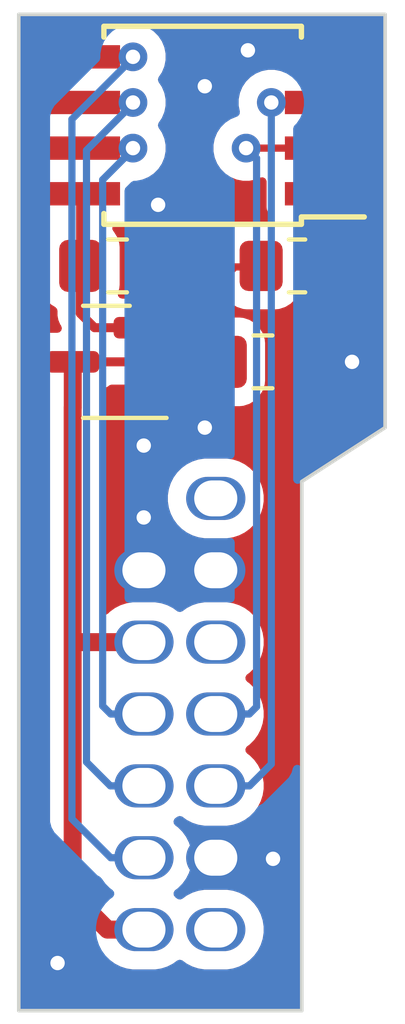
<source format=kicad_pcb>
(kicad_pcb (version 20241229) (generator "pcbnew") (generator_version "9.0")
  (layers (0 "F.Cu" signal) (2 "B.Cu" signal) (1 "F.Mask" user) (3 "B.Mask" user) (25 "Edge.Cuts" user))
  (net 0 "")
  (net 1 "/GND")
  (net 2 "/3V3")
  (net 3 "/5V")
  (net 4 "/SER_DATA")
  (net 5 "/TRAY_IN")
  (net 6 "/NC")
  (net 7 "/12V")
  (net 8 "/NEJECT")
  (net 9 "/CD_RDY")
  (net 10 "/TRAY_OUT")
  (net 11 "/RSET")
  (footprint "Capacitor_SMD:C_0805_2012Metric_Pad1.18x1.45mm_HandSolder" (layer "F.Cu") (at 139.87 65)
    (property "Reference" "C1" (hide yes))
    (property "Value" "1uf")
    (fp_line (start -0.261252 -0.735) (end 0.261252 -0.735) (stroke (width 0.12)) (layer "F.SilkS"))
    (fp_line (start -0.261252 0.735) (end 0.261252 0.735) (stroke (width 0.12)) (layer "F.SilkS"))
    (pad "1" smd roundrect (at -1.0375 0) (size 1.175 1.45) (layers "F.Cu" "F.Mask" "F.Paste") (roundrect_rratio 0.2127659574) (net 2 "/3V3"))
    (pad "2" smd roundrect (at 1.0375 0) (size 1.175 1.45) (layers "F.Cu" "F.Mask" "F.Paste") (roundrect_rratio 0.2127659574) (net 1 "/GND"))
  )
  (footprint "Resistor_SMD:R_0805_2012Metric_Pad1.20x1.40mm_HandSolder" (layer "F.Cu") (at 144.868913 65)
    (property "Reference" "R1" (hide yes))
    (property "Value" "10k")
    (fp_line (start -0.227064 -0.735) (end 0.227064 -0.735) (stroke (width 0.12)) (layer "F.SilkS"))
    (fp_line (start -0.227064 0.735) (end 0.227064 0.735) (stroke (width 0.12)) (layer "F.SilkS"))
    (pad "1" smd roundrect (at -1 0) (size 1.2 1.4) (layers "F.Cu" "F.Mask" "F.Paste") (roundrect_rratio 0.2083333333) (net 2 "/3V3"))
    (pad "2" smd roundrect (at 1 0) (size 1.2 1.4) (layers "F.Cu" "F.Mask" "F.Paste") (roundrect_rratio 0.2083333333) (net 11 "/RSET"))
  )
  (footprint "Package_TO_SOT_SMD:SOT-23" (layer "F.Cu") (at 139.56 67.67 180)
    (property "Reference" "U2" (hide yes))
    (property "Value" "AP2127N-3.3" (hide yes))
    (fp_line (start 0 1.56) (end 0.65 1.56) (stroke (width 0.12)) (layer "F.SilkS"))
    (fp_line (start 0 1.56) (end -0.65 1.56) (stroke (width 0.12)) (layer "F.SilkS"))
    (fp_line (start 0 -1.56) (end 0.65 -1.56) (stroke (width 0.12)) (layer "F.SilkS"))
    (fp_line (start 0 -1.56) (end -1.675 -1.56) (stroke (width 0.12)) (layer "F.SilkS"))
    (pad "1" smd roundrect (at -0.9375 -0.95 180) (size 1.475 0.6) (layers "F.Cu" "F.Mask" "F.Paste") (net 1 "/GND"))
    (pad "2" smd roundrect (at -0.9375 0.95 180) (size 1.475 0.6) (layers "F.Cu" "F.Mask" "F.Paste") (net 2 "/3V3"))
    (pad "3" smd roundrect (at 0.9375 0 180) (size 1.475 0.6) (layers "F.Cu" "F.Mask" "F.Paste") (net 3 "/5V"))
  )
  (footprint "Capacitor_SMD:C_0805_2012Metric_Pad1.18x1.45mm_HandSolder" (layer "F.Cu") (at 143.92 67.67)
    (property "Reference" "C2" (hide yes))
    (property "Value" "1uf" (hide yes))
    (fp_line (start -0.261252 -0.735) (end 0.261252 -0.735) (stroke (width 0.12)) (layer "F.SilkS"))
    (fp_line (start -0.261252 0.735) (end 0.261252 0.735) (stroke (width 0.12)) (layer "F.SilkS"))
    (pad "1" smd roundrect (at -1.0375 0) (size 1.175 1.45) (layers "F.Cu" "F.Mask" "F.Paste") (roundrect_rratio 0.2127659574) (net 3 "/5V"))
    (pad "2" smd roundrect (at 1.0375 0) (size 1.175 1.45) (layers "F.Cu" "F.Mask" "F.Paste") (roundrect_rratio 0.2127659574) (net 1 "/GND"))
  )
  (footprint "Package_SO:SOIC-8W_5.3x5.3mm_P1.27mm" (layer "F.Cu") (at 142.24 61.087 180)
    (property "Reference" "U1" (hide yes))
    (property "Value" "ATtiny13A-S")
    (fp_line (start 2.75 2.755) (end 2.75 2.455) (stroke (width 0.15)) (layer "F.SilkS"))
    (fp_line (start 2.75 -2.755) (end 2.75 -2.455) (stroke (width 0.15)) (layer "F.SilkS"))
    (fp_line (start -2.75 2.755) (end 2.75 2.755) (stroke (width 0.15)) (layer "F.SilkS"))
    (fp_line (start -2.75 2.755) (end -2.75 2.455) (stroke (width 0.15)) (layer "F.SilkS"))
    (fp_line (start -2.75 -2.55) (end -4.5 -2.55) (stroke (width 0.15)) (layer "F.SilkS"))
    (fp_line (start -2.75 -2.755) (end 2.75 -2.755) (stroke (width 0.15)) (layer "F.SilkS"))
    (fp_line (start -2.75 -2.755) (end -2.75 -2.55) (stroke (width 0.15)) (layer "F.SilkS"))
    (pad "1" smd rect (at -3.39 -1.905 180) (size 2.2 0.65) (layers "F.Cu" "F.Mask" "F.Paste") (net 11 "/RSET"))
    (pad "2" smd rect (at -3.39 -0.635 180) (size 2.2 0.65) (layers "F.Cu" "F.Mask" "F.Paste") (net 5 "/TRAY_IN"))
    (pad "3" smd rect (at -3.39 0.635 180) (size 2.2 0.65) (layers "F.Cu" "F.Mask" "F.Paste") (net 10 "/TRAY_OUT"))
    (pad "4" smd rect (at -3.39 1.905 180) (size 2.2 0.65) (layers "F.Cu" "F.Mask" "F.Paste") (net 1 "/GND"))
    (pad "5" smd rect (at 3.4 1.905 180) (size 2.2 0.65) (layers "F.Cu" "F.Mask" "F.Paste") (net 8 "/NEJECT"))
    (pad "6" smd rect (at 3.4 0.635 180) (size 2.2 0.65) (layers "F.Cu" "F.Mask" "F.Paste") (net 9 "/CD_RDY"))
    (pad "7" smd rect (at 3.4 -0.635 180) (size 2.2 0.65) (layers "F.Cu" "F.Mask" "F.Paste") (net 4 "/SER_DATA"))
    (pad "8" smd rect (at 3.4 -1.905 180) (size 2.2 0.65) (layers "F.Cu" "F.Mask" "F.Paste") (net 2 "/3V3"))
  )
  (footprint "Connector_Hirose:Hirose_DF11-14DP-2DSA_2x07_P2.00mm_Vertical" (layer "B.Cu") (at 142.605 83.47 90)
    (property "Reference" "J1" (hide yes))
    (property "Value" "to Xbox" (hide yes))
    (pad "1" thru_hole oval (at 0 0 90) (size 1.2 1.65) (drill oval 1 1.2) (layers "*.Cu" "*.Mask") (net 7 "/12V"))
    (pad "2" thru_hole oval (at 0 -2 90) (size 1.2 1.65) (drill oval 1 1.2) (layers "*.Cu" "*.Mask") (net 3 "/5V"))
    (pad "3" thru_hole oval (at 2 0 90) (size 1.2 1.65) (drill oval 1 1.2) (layers "*.Cu" "*.Mask") (net 1 "/GND"))
    (pad "4" thru_hole oval (at 2 -2 90) (size 1.2 1.65) (drill oval 1 1.2) (layers "*.Cu" "*.Mask") (net 8 "/NEJECT"))
    (pad "5" thru_hole oval (at 4 0 90) (size 1.2 1.65) (drill oval 1 1.2) (layers "*.Cu" "*.Mask") (net 10 "/TRAY_OUT"))
    (pad "6" thru_hole oval (at 4 -2 90) (size 1.2 1.65) (drill oval 1 1.2) (layers "*.Cu" "*.Mask") (net 9 "/CD_RDY"))
    (pad "7" thru_hole oval (at 6 0 90) (size 1.2 1.65) (drill oval 1 1.2) (layers "*.Cu" "*.Mask") (net 5 "/TRAY_IN"))
    (pad "8" thru_hole oval (at 6 -2 90) (size 1.2 1.65) (drill oval 1 1.2) (layers "*.Cu" "*.Mask") (net 4 "/SER_DATA"))
    (pad "9" thru_hole oval (at 8 0 90) (size 1.2 1.65) (drill oval 1 1.2) (layers "*.Cu" "*.Mask") (net 7 "/12V"))
    (pad "10" thru_hole oval (at 8 -2 90) (size 1.2 1.65) (drill oval 1 1.2) (layers "*.Cu" "*.Mask") (net 3 "/5V"))
    (pad "11" thru_hole oval (at 10 0 90) (size 1.2 1.65) (drill oval 1 1.2) (layers "*.Cu" "*.Mask") (net 1 "/GND"))
    (pad "12" thru_hole oval (at 10 -2 90) (size 1.2 1.65) (drill oval 1 1.2) (layers "*.Cu" "*.Mask") (net 1 "/GND"))
    (pad "13" thru_hole oval (at 12 0 90) (size 1.2 1.65) (drill oval 1 1.2) (layers "*.Cu" "*.Mask") (net 6 "/NC"))
  )
  (gr_line (start 145 71) (end 147.32 69.5) (stroke (width 0.1)) (layer "Edge.Cuts"))
  (gr_line (start 145 85.725) (end 145 71) (stroke (width 0.1)) (layer "Edge.Cuts"))
  (gr_line (start 145 85.725) (end 137.12 85.725) (stroke (width 0.1)) (layer "Edge.Cuts"))
  (gr_line (start 147.32 58) (end 147.32 69.5) (stroke (width 0.1)) (layer "Edge.Cuts"))
  (gr_line (start 147.32 58) (end 137.12 58) (stroke (width 0.1)) (layer "Edge.Cuts"))
  (gr_line (start 137.12 58) (end 137.12 85.725) (stroke (width 0.1)) (layer "Edge.Cuts"))
  (via (at 144.2 81.5) (size 0.8) (drill 0.4) (layers "F.Cu" "B.Cu") (net 1))
  (via (at 140.6 72) (size 0.8) (drill 0.4) (layers "F.Cu" "B.Cu") (net 1))
  (via (at 141 63.3) (size 0.8) (drill 0.4) (layers "F.Cu" "B.Cu") (net 1))
  (via (at 140.6 70) (size 0.8) (drill 0.4) (layers "F.Cu" "B.Cu") (net 1))
  (via (at 142.3 60) (size 0.8) (drill 0.4) (layers "F.Cu" "B.Cu") (net 1))
  (via (at 143.5 59) (size 0.8) (drill 0.4) (layers "F.Cu" "B.Cu") (net 1))
  (via (at 142.3 69.5) (size 0.8) (drill 0.4) (layers "F.Cu" "B.Cu") (net 1))
  (via (at 138.2 84.4) (size 0.8) (drill 0.4) (layers "F.Cu" "B.Cu") (net 1))
  (via (at 146.4 67.67) (size 0.8) (drill 0.4) (layers "F.Cu" "B.Cu") (net 1))
  (segment (start 139.23 66.72) (end 140.4975 66.72) (width 0.25) (layer "F.Cu") (net 2))
  (segment (start 138.8325 65) (end 138.8325 66.3225) (width 0.25) (layer "F.Cu") (net 2))
  (segment (start 143.868913 65.028433) (end 143.141567 65.028433) (width 0.2) (layer "F.Cu") (net 2))
  (segment (start 138.8325 66.3225) (end 139.23 66.72) (width 0.25) (layer "F.Cu") (net 2))
  (segment (start 143.141567 65.028433) (end 141.42 66.75) (width 0.2) (layer "F.Cu") (net 2))
  (segment (start 138.84 64.9925) (end 138.8325 65) (width 0.25) (layer "F.Cu") (net 2))
  (segment (start 138.84 62.992) (end 138.84 64.9925) (width 0.25) (layer "F.Cu") (net 2))
  (segment (start 141.42 66.75) (end 141.0375 66.75) (width 0.2) (layer "F.Cu") (net 2))
  (segment (start 141.0375 66.75) (end 140.06 66.75) (width 0.25) (layer "F.Cu") (net 2))
  (segment (start 138.62 75.54) (end 138.69 75.47) (width 0.5) (layer "F.Cu") (net 3))
  (segment (start 138.62 68.95) (end 138.6225 68.9475) (width 0.5) (layer "F.Cu") (net 3))
  (segment (start 138.6225 68.9475) (end 138.6225 67.67) (width 0.5) (layer "F.Cu") (net 3))
  (segment (start 138.69 75.47) (end 140.605 75.47) (width 0.5) (layer "F.Cu") (net 3))
  (segment (start 138.62 82.5) (end 138.62 75.54) (width 0.5) (layer "F.Cu") (net 3))
  (segment (start 139.59 83.47) (end 138.62 82.5) (width 0.5) (layer "F.Cu") (net 3))
  (segment (start 140.605 83.47) (end 139.59 83.47) (width 0.5) (layer "F.Cu") (net 3))
  (segment (start 138.62 75.54) (end 138.62 68.95) (width 0.5) (layer "F.Cu") (net 3))
  (segment (start 142.7425 67.67) (end 138.6225 67.67) (width 0.25) (layer "F.Cu") (net 3))
  (segment (start 138.59 61.722) (end 140.3 61.722) (width 0.2) (layer "F.Cu") (net 4))
  (via (at 140.3 61.722) (size 0.8) (drill 0.4) (layers "F.Cu" "B.Cu") (net 4))
  (segment (start 139.45548 77.24548) (end 139.68 77.47) (width 0.2) (layer "B.Cu") (net 4))
  (segment (start 139.68 77.47) (end 140.605 77.47) (width 0.2) (layer "B.Cu") (net 4))
  (segment (start 140.241129 61.815871) (end 139.45548 62.60152) (width 0.2) (layer "B.Cu") (net 4))
  (segment (start 140.241129 61.780871) (end 140.241129 61.815871) (width 0.2) (layer "B.Cu") (net 4))
  (segment (start 139.45548 62.60152) (end 139.45548 77.24548) (width 0.2) (layer "B.Cu") (net 4))
  (segment (start 140.3 61.722) (end 140.241129 61.780871) (width 0.2) (layer "B.Cu") (net 4))
  (segment (start 145.89 61.722) (end 143.522 61.722) (width 0.2) (layer "F.Cu") (net 5))
  (segment (start 143.45 61.71) (end 143.46 61.7) (width 0.25) (layer "F.Cu") (net 5))
  (segment (start 143.5 61.7) (end 143.522 61.722) (width 0.25) (layer "F.Cu") (net 5))
  (segment (start 143.46 61.7) (end 143.5 61.7) (width 0.25) (layer "F.Cu") (net 5))
  (via (at 143.45 61.722) (size 0.8) (drill 0.4) (layers "F.Cu" "B.Cu") (net 5))
  (segment (start 143.74193 77.26807) (end 143.54 77.47) (width 0.2) (layer "B.Cu") (net 5))
  (segment (start 143.74193 77.26807) (end 143.74193 62.00193) (width 0.2) (layer "B.Cu") (net 5))
  (segment (start 143.46 61.7) (end 143.5 61.7) (width 0.2) (layer "B.Cu") (net 5))
  (segment (start 143.74193 62.00193) (end 143.45 61.71) (width 0.2) (layer "B.Cu") (net 5))
  (segment (start 143.54 77.47) (end 142.605 77.47) (width 0.2) (layer "B.Cu") (net 5))
  (segment (start 143.45 61.71) (end 143.46 61.7) (width 0.2) (layer "B.Cu") (net 5))
  (segment (start 138.59 59.182) (end 140.282 59.182) (width 0.2) (layer "F.Cu") (net 8))
  (segment (start 140.282 59.182) (end 140.3 59.2) (width 0.2) (layer "F.Cu") (net 8))
  (via (at 140.3 59.182) (size 0.8) (drill 0.4) (layers "F.Cu" "B.Cu") (net 8))
  (segment (start 138.6 80.39) (end 139.68 81.47) (width 0.2) (layer "B.Cu") (net 8))
  (segment (start 140.230356 59.286644) (end 138.6 60.917) (width 0.2) (layer "B.Cu") (net 8))
  (segment (start 139.68 81.47) (end 140.605 81.47) (width 0.2) (layer "B.Cu") (net 8))
  (segment (start 140.230356 59.269644) (end 140.230356 59.286644) (width 0.2) (layer "B.Cu") (net 8))
  (segment (start 140.3 59.2) (end 140.230356 59.269644) (width 0.2) (layer "B.Cu") (net 8))
  (segment (start 138.6 60.917) (end 138.6 80.39) (width 0.2) (layer "B.Cu") (net 8))
  (segment (start 138.59 60.452) (end 140.3 60.452) (width 0.2) (layer "F.Cu") (net 9))
  (via (at 140.3 60.452) (size 0.8) (drill 0.4) (layers "F.Cu" "B.Cu") (net 9))
  (segment (start 140.3 60.452) (end 140.219583 60.532417) (width 0.2) (layer "B.Cu") (net 9))
  (segment (start 139.67 79.47) (end 140.605 79.47) (width 0.2) (layer "B.Cu") (net 9))
  (segment (start 140.219583 60.567417) (end 139.00596 61.78104) (width 0.2) (layer "B.Cu") (net 9))
  (segment (start 140.219583 60.532417) (end 140.219583 60.567417) (width 0.2) (layer "B.Cu") (net 9))
  (segment (start 139.00596 78.80596) (end 139.67 79.47) (width 0.2) (layer "B.Cu") (net 9))
  (segment (start 139.00596 61.78104) (end 139.00596 78.80596) (width 0.2) (layer "B.Cu") (net 9))
  (segment (start 145.63 60.452) (end 144.2 60.452) (width 0.2) (layer "F.Cu") (net 10))
  (segment (start 144.2 60.452) (end 144.15195 60.50005) (width 0.2) (layer "F.Cu") (net 10))
  (via (at 144.15195 60.452) (size 0.8) (drill 0.4) (layers "F.Cu" "B.Cu") (net 10))
  (segment (start 143.545 79.47) (end 142.605 79.47) (width 0.2) (layer "B.Cu") (net 10))
  (segment (start 144.15195 78.86305) (end 143.545 79.47) (width 0.2) (layer "B.Cu") (net 10))
  (segment (start 144.15195 60.50005) (end 144.15195 78.86305) (width 0.2) (layer "B.Cu") (net 10))
  (segment (start 145.63 62.992) (end 145.868913 63.230913) (width 0.2) (layer "F.Cu") (net 11))
  (segment (start 145.868913 63.230913) (end 145.868913 65.028433) (width 0.2) (layer "F.Cu") (net 11))
  (zone (net 1) (net_name "/GND") (layers "F.Cu" "B.Cu") (connect_pads yes (clearance 0.508)) (min_thickness 0.254) (fill yes (thermal_gap 0.508) (thermal_bridge_width 0.508))
    (polygon (pts (xy 145.8 71.2) (xy 145.8 86.1) (xy 136.597131 86.1) (xy 136.7 57.6) (xy 147.9 57.6) (xy 147.9 69.8)))
  )
)
</source>
